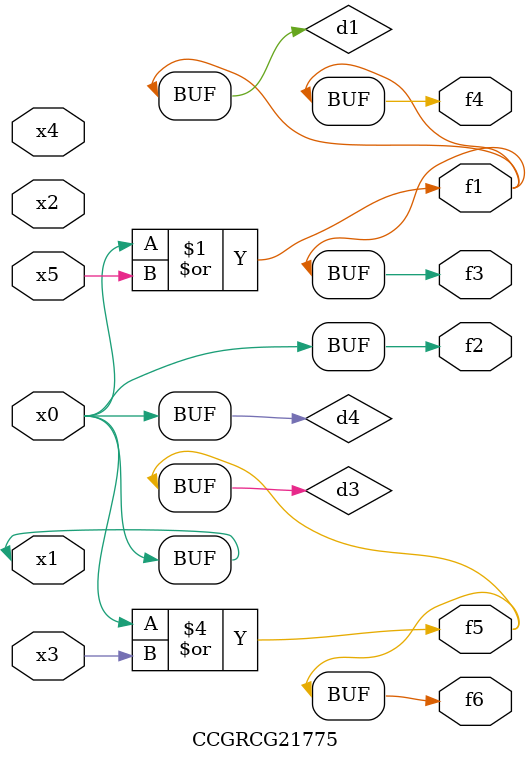
<source format=v>
module CCGRCG21775(
	input x0, x1, x2, x3, x4, x5,
	output f1, f2, f3, f4, f5, f6
);

	wire d1, d2, d3, d4;

	or (d1, x0, x5);
	xnor (d2, x1, x4);
	or (d3, x0, x3);
	buf (d4, x0, x1);
	assign f1 = d1;
	assign f2 = d4;
	assign f3 = d1;
	assign f4 = d1;
	assign f5 = d3;
	assign f6 = d3;
endmodule

</source>
